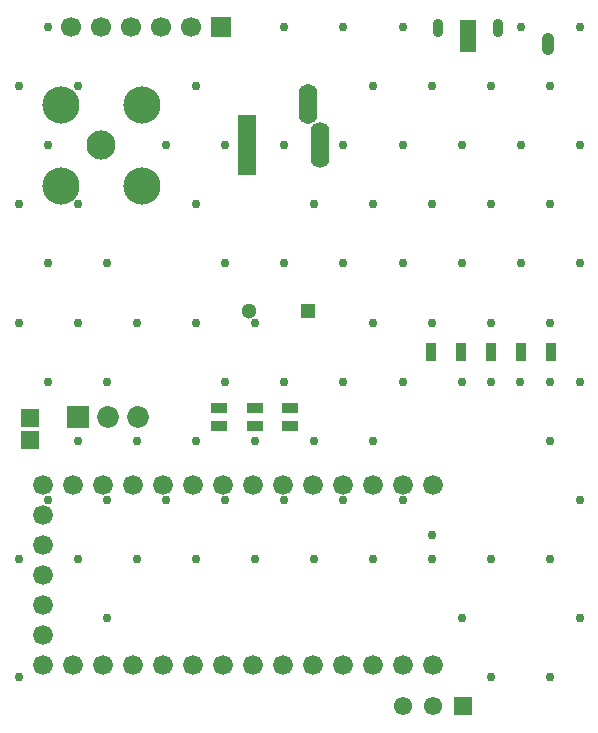
<source format=gts>
G04*
G04 #@! TF.GenerationSoftware,Altium Limited,Altium Designer,22.10.1 (41)*
G04*
G04 Layer_Color=8388736*
%FSLAX25Y25*%
%MOIN*%
G70*
G04*
G04 #@! TF.SameCoordinates,E9990B0B-6E38-4B2E-9C7E-526108F30C78*
G04*
G04*
G04 #@! TF.FilePolarity,Negative*
G04*
G01*
G75*
%ADD16R,0.05591X0.10591*%
G04:AMPARAMS|DCode=17|XSize=61.91mil|YSize=33.91mil|CornerRadius=16.95mil|HoleSize=0mil|Usage=FLASHONLY|Rotation=90.000|XOffset=0mil|YOffset=0mil|HoleType=Round|Shape=RoundedRectangle|*
%AMROUNDEDRECTD17*
21,1,0.06191,0.00000,0,0,90.0*
21,1,0.02800,0.03391,0,0,90.0*
1,1,0.03391,0.00000,0.01400*
1,1,0.03391,0.00000,-0.01400*
1,1,0.03391,0.00000,-0.01400*
1,1,0.03391,0.00000,0.01400*
%
%ADD17ROUNDEDRECTD17*%
G04:AMPARAMS|DCode=18|XSize=75.91mil|YSize=41.91mil|CornerRadius=20.95mil|HoleSize=0mil|Usage=FLASHONLY|Rotation=90.000|XOffset=0mil|YOffset=0mil|HoleType=Round|Shape=RoundedRectangle|*
%AMROUNDEDRECTD18*
21,1,0.07591,0.00000,0,0,90.0*
21,1,0.03400,0.04191,0,0,90.0*
1,1,0.04191,0.00000,0.01700*
1,1,0.04191,0.00000,-0.01700*
1,1,0.04191,0.00000,-0.01700*
1,1,0.04191,0.00000,0.01700*
%
%ADD18ROUNDEDRECTD18*%
%ADD19R,0.03391X0.06191*%
%ADD20R,0.05315X0.03740*%
%ADD21R,0.06496X0.06102*%
%ADD22C,0.12402*%
%ADD23C,0.09724*%
%ADD24R,0.05118X0.05118*%
%ADD25C,0.05118*%
%ADD26C,0.06614*%
%ADD27C,0.07284*%
%ADD28R,0.07284X0.07284*%
%ADD29C,0.06102*%
%ADD30R,0.06102X0.06102*%
G04:AMPARAMS|DCode=31|XSize=133.86mil|YSize=62.99mil|CornerRadius=31.5mil|HoleSize=0mil|Usage=FLASHONLY|Rotation=90.000|XOffset=0mil|YOffset=0mil|HoleType=Round|Shape=RoundedRectangle|*
%AMROUNDEDRECTD31*
21,1,0.13386,0.00000,0,0,90.0*
21,1,0.07087,0.06299,0,0,90.0*
1,1,0.06299,0.00000,0.03543*
1,1,0.06299,0.00000,-0.03543*
1,1,0.06299,0.00000,-0.03543*
1,1,0.06299,0.00000,0.03543*
%
%ADD31ROUNDEDRECTD31*%
G04:AMPARAMS|DCode=32|XSize=153.54mil|YSize=62.99mil|CornerRadius=31.5mil|HoleSize=0mil|Usage=FLASHONLY|Rotation=90.000|XOffset=0mil|YOffset=0mil|HoleType=Round|Shape=RoundedRectangle|*
%AMROUNDEDRECTD32*
21,1,0.15354,0.00000,0,0,90.0*
21,1,0.09055,0.06299,0,0,90.0*
1,1,0.06299,0.00000,0.04528*
1,1,0.06299,0.00000,-0.04528*
1,1,0.06299,0.00000,-0.04528*
1,1,0.06299,0.00000,0.04528*
%
%ADD32ROUNDEDRECTD32*%
%ADD33R,0.06299X0.20079*%
%ADD34R,0.06693X0.06693*%
%ADD35C,0.06693*%
%ADD36C,0.02953*%
D16*
X326969Y410472D02*
D03*
D17*
X336969Y412992D02*
D03*
X316969D02*
D03*
D18*
X353662Y407677D02*
D03*
D19*
X354646Y305118D02*
D03*
X344646D02*
D03*
X334646D02*
D03*
X324646D02*
D03*
X314646D02*
D03*
D20*
X267717Y280512D02*
D03*
Y286417D02*
D03*
X255906Y280512D02*
D03*
Y286417D02*
D03*
X244094D02*
D03*
Y280512D02*
D03*
D21*
X181102Y283268D02*
D03*
Y275787D02*
D03*
D22*
X218228Y360512D02*
D03*
Y387520D02*
D03*
X191220D02*
D03*
Y360512D02*
D03*
D23*
X204724Y374016D02*
D03*
D24*
X273622Y318898D02*
D03*
D25*
X253937D02*
D03*
D26*
X185276Y210787D02*
D03*
Y220787D02*
D03*
Y230787D02*
D03*
Y240787D02*
D03*
Y250787D02*
D03*
X315276Y200787D02*
D03*
X305276D02*
D03*
X295276D02*
D03*
X285276D02*
D03*
X275276D02*
D03*
X265276D02*
D03*
X255276D02*
D03*
X245276D02*
D03*
X235276D02*
D03*
X225276D02*
D03*
X215276D02*
D03*
X205276D02*
D03*
X195276D02*
D03*
X185276D02*
D03*
X315276Y260787D02*
D03*
X305276D02*
D03*
X295276D02*
D03*
X285276D02*
D03*
X275276D02*
D03*
X265276D02*
D03*
X255276D02*
D03*
X245276D02*
D03*
X235276D02*
D03*
X225276D02*
D03*
X215276D02*
D03*
X205276D02*
D03*
X195276D02*
D03*
X185276D02*
D03*
D27*
X216850Y283465D02*
D03*
X206850D02*
D03*
D28*
X196850D02*
D03*
D29*
X305118Y187008D02*
D03*
X315118D02*
D03*
D30*
X325118D02*
D03*
D31*
X273622Y387795D02*
D03*
D32*
X277559Y374016D02*
D03*
D33*
X253150D02*
D03*
D34*
X244724Y413386D02*
D03*
D35*
X234724D02*
D03*
X224724D02*
D03*
X214724D02*
D03*
X204724D02*
D03*
X194724D02*
D03*
D36*
X364173Y413386D02*
D03*
X354331Y393701D02*
D03*
X364173Y374016D02*
D03*
X354331Y354331D02*
D03*
X364173Y334646D02*
D03*
X354331Y314961D02*
D03*
X364173Y295276D02*
D03*
X354331Y275591D02*
D03*
X364173Y255906D02*
D03*
X354331Y236221D02*
D03*
X364173Y216535D02*
D03*
X354331Y196850D02*
D03*
X344488Y413386D02*
D03*
X334646Y393701D02*
D03*
X344488Y374016D02*
D03*
X334646Y354331D02*
D03*
X344488Y334646D02*
D03*
X334646Y314961D02*
D03*
Y236221D02*
D03*
Y196850D02*
D03*
X314961Y393701D02*
D03*
X324803Y374016D02*
D03*
X314961Y354331D02*
D03*
X324803Y334646D02*
D03*
X314961Y314961D02*
D03*
X324803Y295276D02*
D03*
X314961Y236221D02*
D03*
X324803Y216535D02*
D03*
X305118Y413386D02*
D03*
X295276Y393701D02*
D03*
X305118Y374016D02*
D03*
X295276Y354331D02*
D03*
X305118Y334646D02*
D03*
X295276Y314961D02*
D03*
X305118Y295276D02*
D03*
X295276Y275591D02*
D03*
X305118Y255906D02*
D03*
X295276Y236221D02*
D03*
X285433Y413386D02*
D03*
Y374016D02*
D03*
X275591Y354331D02*
D03*
X285433Y334646D02*
D03*
Y295276D02*
D03*
X275591Y275591D02*
D03*
X285433Y255906D02*
D03*
X275591Y236221D02*
D03*
X265748Y413386D02*
D03*
Y374016D02*
D03*
Y334646D02*
D03*
X255906Y314961D02*
D03*
X265748Y295276D02*
D03*
X255906Y275591D02*
D03*
X265748Y255906D02*
D03*
X255906Y236221D02*
D03*
X236221Y393701D02*
D03*
X246063Y374016D02*
D03*
X236221Y354331D02*
D03*
X246063Y334646D02*
D03*
X236221Y314961D02*
D03*
X246063Y295276D02*
D03*
X236221Y275591D02*
D03*
X246063Y255906D02*
D03*
X236221Y236221D02*
D03*
X226378Y374016D02*
D03*
X216535Y314961D02*
D03*
Y275591D02*
D03*
X226378Y255906D02*
D03*
X216535Y236221D02*
D03*
X196850Y393701D02*
D03*
Y354331D02*
D03*
X206693Y334646D02*
D03*
X196850Y314961D02*
D03*
X206693Y295276D02*
D03*
X196850Y275591D02*
D03*
X206693Y255906D02*
D03*
X196850Y236221D02*
D03*
X206693Y216535D02*
D03*
X187008Y413386D02*
D03*
X177165Y393701D02*
D03*
X187008Y374016D02*
D03*
X177165Y354331D02*
D03*
X187008Y334646D02*
D03*
X177165Y314961D02*
D03*
X187008Y295276D02*
D03*
Y255906D02*
D03*
X177165Y236221D02*
D03*
Y196850D02*
D03*
X334646Y393701D02*
D03*
X314961Y354331D02*
D03*
X334646Y314961D02*
D03*
Y236221D02*
D03*
X295276Y393701D02*
D03*
X275591Y354331D02*
D03*
X295276Y314961D02*
D03*
X275591Y275591D02*
D03*
X295276Y236221D02*
D03*
X236221Y354331D02*
D03*
X255906Y314961D02*
D03*
X236221Y275591D02*
D03*
X255906Y236221D02*
D03*
X196850Y354331D02*
D03*
X216535Y314961D02*
D03*
X196850Y275591D02*
D03*
X216535Y236221D02*
D03*
X314961Y244094D02*
D03*
X354331Y295276D02*
D03*
X334646D02*
D03*
X344345Y295283D02*
D03*
M02*

</source>
